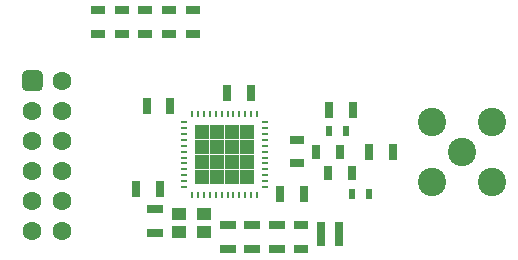
<source format=gbr>
%TF.GenerationSoftware,KiCad,Pcbnew,5.1.9-1.fc33*%
%TF.CreationDate,2021-03-04T20:35:35+03:00*%
%TF.ProjectId,CC2420_module,43433234-3230-45f6-9d6f-64756c652e6b,rev?*%
%TF.SameCoordinates,Original*%
%TF.FileFunction,Soldermask,Top*%
%TF.FilePolarity,Negative*%
%FSLAX46Y46*%
G04 Gerber Fmt 4.6, Leading zero omitted, Abs format (unit mm)*
G04 Created by KiCad (PCBNEW 5.1.9-1.fc33) date 2021-03-04 20:35:35*
%MOMM*%
%LPD*%
G01*
G04 APERTURE LIST*
%ADD10R,1.300000X0.700000*%
%ADD11R,1.400000X0.800000*%
%ADD12R,1.200000X1.000000*%
%ADD13R,0.800000X1.400000*%
%ADD14O,0.600000X0.240000*%
%ADD15O,0.240000X0.600000*%
%ADD16R,1.287500X1.287500*%
%ADD17C,0.643750*%
%ADD18R,0.700000X2.000000*%
%ADD19C,1.600000*%
%ADD20C,2.400000*%
%ADD21R,0.600000X0.900000*%
%ADD22R,0.700000X1.300000*%
G04 APERTURE END LIST*
D10*
%TO.C,R6*%
X197500000Y-87900000D03*
X197500000Y-85900000D03*
%TD*%
D11*
%TO.C,C5*%
X193350000Y-87900000D03*
X193350000Y-85900000D03*
%TD*%
D12*
%TO.C,BQ1*%
X189275000Y-86475000D03*
X189275000Y-84925000D03*
X187125000Y-86475000D03*
X187125000Y-84925000D03*
%TD*%
D11*
%TO.C,C1*%
X191300000Y-85900000D03*
X191300000Y-87900000D03*
%TD*%
%TO.C,C2*%
X185100000Y-84500000D03*
X185100000Y-86500000D03*
%TD*%
D13*
%TO.C,C3*%
X195700000Y-83200000D03*
X197700000Y-83200000D03*
%TD*%
D11*
%TO.C,C4*%
X195450000Y-85900000D03*
X195450000Y-87900000D03*
%TD*%
D13*
%TO.C,C6*%
X191200000Y-74700000D03*
X193200000Y-74700000D03*
%TD*%
%TO.C,C7*%
X185500000Y-82800000D03*
X183500000Y-82800000D03*
%TD*%
%TO.C,C8*%
X184400000Y-75800000D03*
X186400000Y-75800000D03*
%TD*%
D14*
%TO.C,DA1*%
X194400000Y-82650000D03*
X194400000Y-82150000D03*
X194400000Y-81650000D03*
X194400000Y-81150000D03*
X194400000Y-80650000D03*
X194400000Y-80150000D03*
X194400000Y-79650000D03*
X194400000Y-79150000D03*
X194400000Y-78650000D03*
X194400000Y-78150000D03*
X194400000Y-77650000D03*
X194400000Y-77150000D03*
D15*
X193750000Y-76500000D03*
X193250000Y-76500000D03*
X192750000Y-76500000D03*
X192250000Y-76500000D03*
X191750000Y-76500000D03*
X191250000Y-76500000D03*
X190750000Y-76500000D03*
X190250000Y-76500000D03*
X189750000Y-76500000D03*
X189250000Y-76500000D03*
X188750000Y-76500000D03*
X188250000Y-76500000D03*
D14*
X187600000Y-77150000D03*
X187600000Y-77650000D03*
X187600000Y-78150000D03*
X187600000Y-78650000D03*
X187600000Y-79150000D03*
X187600000Y-79650000D03*
X187600000Y-80150000D03*
X187600000Y-80650000D03*
X187600000Y-81150000D03*
X187600000Y-81650000D03*
X187600000Y-82150000D03*
X187600000Y-82650000D03*
D15*
X188250000Y-83300000D03*
X188750000Y-83300000D03*
X189250000Y-83300000D03*
X189750000Y-83300000D03*
X190250000Y-83300000D03*
X190750000Y-83300000D03*
X191250000Y-83300000D03*
X191750000Y-83300000D03*
X192250000Y-83300000D03*
X192750000Y-83300000D03*
X193250000Y-83300000D03*
X193750000Y-83300000D03*
D16*
X192931250Y-81831250D03*
X192931250Y-80543750D03*
X192931250Y-79256250D03*
X192931250Y-77968750D03*
X191643750Y-81831250D03*
X191643750Y-80543750D03*
X191643750Y-79256250D03*
X191643750Y-77968750D03*
X190356250Y-81831250D03*
X190356250Y-80543750D03*
X190356250Y-79256250D03*
X190356250Y-77968750D03*
X189068750Y-81831250D03*
X189068750Y-80543750D03*
X189068750Y-79256250D03*
X189068750Y-77968750D03*
D17*
X192931250Y-81831250D03*
X192931250Y-80543750D03*
X192931250Y-79256250D03*
X192931250Y-77968750D03*
X191643750Y-81831250D03*
X191643750Y-80543750D03*
X191643750Y-79256250D03*
X191643750Y-77968750D03*
X190356250Y-81831250D03*
X190356250Y-80543750D03*
X190356250Y-79256250D03*
X190356250Y-77968750D03*
X189068750Y-81831250D03*
X189068750Y-80543750D03*
X189068750Y-79256250D03*
X189068750Y-77968750D03*
%TD*%
D18*
%TO.C,KT1*%
X200700000Y-86600000D03*
%TD*%
%TO.C,KT2*%
X199200000Y-86600000D03*
%TD*%
D10*
%TO.C,R1*%
X184300000Y-69700000D03*
X184300000Y-67700000D03*
%TD*%
%TO.C,R2*%
X186300000Y-67700000D03*
X186300000Y-69700000D03*
%TD*%
%TO.C,R3*%
X182300000Y-69700000D03*
X182300000Y-67700000D03*
%TD*%
%TO.C,R4*%
X188300000Y-67700000D03*
X188300000Y-69700000D03*
%TD*%
%TO.C,R5*%
X180300000Y-69700000D03*
X180300000Y-67700000D03*
%TD*%
D19*
%TO.C,XP1*%
X177270000Y-73650000D03*
G36*
G01*
X174280000Y-72750000D02*
X175180000Y-72750000D01*
G75*
G02*
X175630000Y-73200000I0J-450000D01*
G01*
X175630000Y-74100000D01*
G75*
G02*
X175180000Y-74550000I-450000J0D01*
G01*
X174280000Y-74550000D01*
G75*
G02*
X173830000Y-74100000I0J450000D01*
G01*
X173830000Y-73200000D01*
G75*
G02*
X174280000Y-72750000I450000J0D01*
G01*
G37*
X177270000Y-76190000D03*
X174730000Y-76190000D03*
X177270000Y-78730000D03*
X174730000Y-78730000D03*
X177270000Y-81270000D03*
X174730000Y-81270000D03*
X177270000Y-83810000D03*
X174730000Y-83810000D03*
X177270000Y-86350000D03*
X174730000Y-86350000D03*
%TD*%
D20*
%TO.C,XS1*%
X208560000Y-77110000D03*
X208560000Y-82190000D03*
X213640000Y-77110000D03*
X213640000Y-82190000D03*
X211100000Y-79650000D03*
%TD*%
D21*
%TO.C,C9*%
X199800000Y-77900000D03*
X201300000Y-77900000D03*
%TD*%
%TO.C,C10*%
X203250000Y-83250000D03*
X201750000Y-83250000D03*
%TD*%
D13*
%TO.C,C11*%
X199850000Y-76150000D03*
X201850000Y-76150000D03*
%TD*%
%TO.C,C12*%
X205250000Y-79650000D03*
X203250000Y-79650000D03*
%TD*%
D10*
%TO.C,L1*%
X197100000Y-78650000D03*
X197100000Y-80650000D03*
%TD*%
D22*
%TO.C,L2*%
X199750000Y-81500000D03*
X201750000Y-81500000D03*
%TD*%
%TO.C,L3*%
X198750000Y-79650000D03*
X200750000Y-79650000D03*
%TD*%
M02*

</source>
